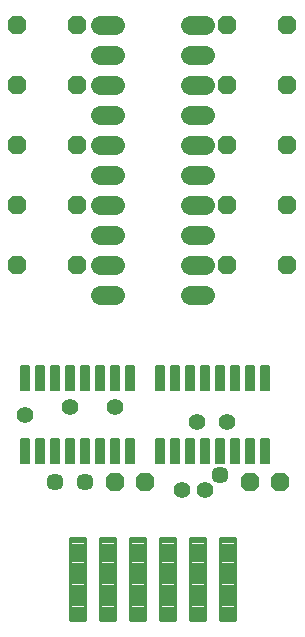
<source format=gts>
G75*
G70*
%OFA0B0*%
%FSLAX24Y24*%
%IPPOS*%
%LPD*%
%AMOC8*
5,1,8,0,0,1.08239X$1,22.5*
%
%ADD10OC8,0.0624*%
%ADD11C,0.0053*%
%ADD12C,0.0624*%
%ADD13C,0.0106*%
%ADD14C,0.0552*%
%ADD15C,0.0570*%
D10*
X004431Y004885D03*
X005431Y004885D03*
X008931Y004885D03*
X009931Y004885D03*
X010181Y012135D03*
X010181Y014135D03*
X010181Y016135D03*
X010181Y018135D03*
X010181Y020135D03*
X008181Y020135D03*
X008181Y018135D03*
X008181Y016135D03*
X008181Y014135D03*
X008181Y012135D03*
X003181Y012135D03*
X003181Y014135D03*
X003181Y016135D03*
X003181Y018135D03*
X003181Y020135D03*
X001181Y020135D03*
X001181Y018135D03*
X001181Y016135D03*
X001181Y014135D03*
X001181Y012135D03*
D11*
X001301Y008745D02*
X001561Y008745D01*
X001561Y007945D01*
X001301Y007945D01*
X001301Y008745D01*
X001301Y007997D02*
X001561Y007997D01*
X001561Y008049D02*
X001301Y008049D01*
X001301Y008101D02*
X001561Y008101D01*
X001561Y008153D02*
X001301Y008153D01*
X001301Y008205D02*
X001561Y008205D01*
X001561Y008257D02*
X001301Y008257D01*
X001301Y008309D02*
X001561Y008309D01*
X001561Y008361D02*
X001301Y008361D01*
X001301Y008413D02*
X001561Y008413D01*
X001561Y008465D02*
X001301Y008465D01*
X001301Y008517D02*
X001561Y008517D01*
X001561Y008569D02*
X001301Y008569D01*
X001301Y008621D02*
X001561Y008621D01*
X001561Y008673D02*
X001301Y008673D01*
X001301Y008725D02*
X001561Y008725D01*
X001801Y008745D02*
X002061Y008745D01*
X002061Y007945D01*
X001801Y007945D01*
X001801Y008745D01*
X001801Y007997D02*
X002061Y007997D01*
X002061Y008049D02*
X001801Y008049D01*
X001801Y008101D02*
X002061Y008101D01*
X002061Y008153D02*
X001801Y008153D01*
X001801Y008205D02*
X002061Y008205D01*
X002061Y008257D02*
X001801Y008257D01*
X001801Y008309D02*
X002061Y008309D01*
X002061Y008361D02*
X001801Y008361D01*
X001801Y008413D02*
X002061Y008413D01*
X002061Y008465D02*
X001801Y008465D01*
X001801Y008517D02*
X002061Y008517D01*
X002061Y008569D02*
X001801Y008569D01*
X001801Y008621D02*
X002061Y008621D01*
X002061Y008673D02*
X001801Y008673D01*
X001801Y008725D02*
X002061Y008725D01*
X002301Y008745D02*
X002561Y008745D01*
X002561Y007945D01*
X002301Y007945D01*
X002301Y008745D01*
X002301Y007997D02*
X002561Y007997D01*
X002561Y008049D02*
X002301Y008049D01*
X002301Y008101D02*
X002561Y008101D01*
X002561Y008153D02*
X002301Y008153D01*
X002301Y008205D02*
X002561Y008205D01*
X002561Y008257D02*
X002301Y008257D01*
X002301Y008309D02*
X002561Y008309D01*
X002561Y008361D02*
X002301Y008361D01*
X002301Y008413D02*
X002561Y008413D01*
X002561Y008465D02*
X002301Y008465D01*
X002301Y008517D02*
X002561Y008517D01*
X002561Y008569D02*
X002301Y008569D01*
X002301Y008621D02*
X002561Y008621D01*
X002561Y008673D02*
X002301Y008673D01*
X002301Y008725D02*
X002561Y008725D01*
X002801Y008745D02*
X003061Y008745D01*
X003061Y007945D01*
X002801Y007945D01*
X002801Y008745D01*
X002801Y007997D02*
X003061Y007997D01*
X003061Y008049D02*
X002801Y008049D01*
X002801Y008101D02*
X003061Y008101D01*
X003061Y008153D02*
X002801Y008153D01*
X002801Y008205D02*
X003061Y008205D01*
X003061Y008257D02*
X002801Y008257D01*
X002801Y008309D02*
X003061Y008309D01*
X003061Y008361D02*
X002801Y008361D01*
X002801Y008413D02*
X003061Y008413D01*
X003061Y008465D02*
X002801Y008465D01*
X002801Y008517D02*
X003061Y008517D01*
X003061Y008569D02*
X002801Y008569D01*
X002801Y008621D02*
X003061Y008621D01*
X003061Y008673D02*
X002801Y008673D01*
X002801Y008725D02*
X003061Y008725D01*
X003301Y008745D02*
X003561Y008745D01*
X003561Y007945D01*
X003301Y007945D01*
X003301Y008745D01*
X003301Y007997D02*
X003561Y007997D01*
X003561Y008049D02*
X003301Y008049D01*
X003301Y008101D02*
X003561Y008101D01*
X003561Y008153D02*
X003301Y008153D01*
X003301Y008205D02*
X003561Y008205D01*
X003561Y008257D02*
X003301Y008257D01*
X003301Y008309D02*
X003561Y008309D01*
X003561Y008361D02*
X003301Y008361D01*
X003301Y008413D02*
X003561Y008413D01*
X003561Y008465D02*
X003301Y008465D01*
X003301Y008517D02*
X003561Y008517D01*
X003561Y008569D02*
X003301Y008569D01*
X003301Y008621D02*
X003561Y008621D01*
X003561Y008673D02*
X003301Y008673D01*
X003301Y008725D02*
X003561Y008725D01*
X003801Y008745D02*
X004061Y008745D01*
X004061Y007945D01*
X003801Y007945D01*
X003801Y008745D01*
X003801Y007997D02*
X004061Y007997D01*
X004061Y008049D02*
X003801Y008049D01*
X003801Y008101D02*
X004061Y008101D01*
X004061Y008153D02*
X003801Y008153D01*
X003801Y008205D02*
X004061Y008205D01*
X004061Y008257D02*
X003801Y008257D01*
X003801Y008309D02*
X004061Y008309D01*
X004061Y008361D02*
X003801Y008361D01*
X003801Y008413D02*
X004061Y008413D01*
X004061Y008465D02*
X003801Y008465D01*
X003801Y008517D02*
X004061Y008517D01*
X004061Y008569D02*
X003801Y008569D01*
X003801Y008621D02*
X004061Y008621D01*
X004061Y008673D02*
X003801Y008673D01*
X003801Y008725D02*
X004061Y008725D01*
X004301Y008745D02*
X004561Y008745D01*
X004561Y007945D01*
X004301Y007945D01*
X004301Y008745D01*
X004301Y007997D02*
X004561Y007997D01*
X004561Y008049D02*
X004301Y008049D01*
X004301Y008101D02*
X004561Y008101D01*
X004561Y008153D02*
X004301Y008153D01*
X004301Y008205D02*
X004561Y008205D01*
X004561Y008257D02*
X004301Y008257D01*
X004301Y008309D02*
X004561Y008309D01*
X004561Y008361D02*
X004301Y008361D01*
X004301Y008413D02*
X004561Y008413D01*
X004561Y008465D02*
X004301Y008465D01*
X004301Y008517D02*
X004561Y008517D01*
X004561Y008569D02*
X004301Y008569D01*
X004301Y008621D02*
X004561Y008621D01*
X004561Y008673D02*
X004301Y008673D01*
X004301Y008725D02*
X004561Y008725D01*
X004801Y008745D02*
X005061Y008745D01*
X005061Y007945D01*
X004801Y007945D01*
X004801Y008745D01*
X004801Y007997D02*
X005061Y007997D01*
X005061Y008049D02*
X004801Y008049D01*
X004801Y008101D02*
X005061Y008101D01*
X005061Y008153D02*
X004801Y008153D01*
X004801Y008205D02*
X005061Y008205D01*
X005061Y008257D02*
X004801Y008257D01*
X004801Y008309D02*
X005061Y008309D01*
X005061Y008361D02*
X004801Y008361D01*
X004801Y008413D02*
X005061Y008413D01*
X005061Y008465D02*
X004801Y008465D01*
X004801Y008517D02*
X005061Y008517D01*
X005061Y008569D02*
X004801Y008569D01*
X004801Y008621D02*
X005061Y008621D01*
X005061Y008673D02*
X004801Y008673D01*
X004801Y008725D02*
X005061Y008725D01*
X005801Y008745D02*
X006061Y008745D01*
X006061Y007945D01*
X005801Y007945D01*
X005801Y008745D01*
X005801Y007997D02*
X006061Y007997D01*
X006061Y008049D02*
X005801Y008049D01*
X005801Y008101D02*
X006061Y008101D01*
X006061Y008153D02*
X005801Y008153D01*
X005801Y008205D02*
X006061Y008205D01*
X006061Y008257D02*
X005801Y008257D01*
X005801Y008309D02*
X006061Y008309D01*
X006061Y008361D02*
X005801Y008361D01*
X005801Y008413D02*
X006061Y008413D01*
X006061Y008465D02*
X005801Y008465D01*
X005801Y008517D02*
X006061Y008517D01*
X006061Y008569D02*
X005801Y008569D01*
X005801Y008621D02*
X006061Y008621D01*
X006061Y008673D02*
X005801Y008673D01*
X005801Y008725D02*
X006061Y008725D01*
X006301Y008745D02*
X006561Y008745D01*
X006561Y007945D01*
X006301Y007945D01*
X006301Y008745D01*
X006301Y007997D02*
X006561Y007997D01*
X006561Y008049D02*
X006301Y008049D01*
X006301Y008101D02*
X006561Y008101D01*
X006561Y008153D02*
X006301Y008153D01*
X006301Y008205D02*
X006561Y008205D01*
X006561Y008257D02*
X006301Y008257D01*
X006301Y008309D02*
X006561Y008309D01*
X006561Y008361D02*
X006301Y008361D01*
X006301Y008413D02*
X006561Y008413D01*
X006561Y008465D02*
X006301Y008465D01*
X006301Y008517D02*
X006561Y008517D01*
X006561Y008569D02*
X006301Y008569D01*
X006301Y008621D02*
X006561Y008621D01*
X006561Y008673D02*
X006301Y008673D01*
X006301Y008725D02*
X006561Y008725D01*
X006801Y008745D02*
X007061Y008745D01*
X007061Y007945D01*
X006801Y007945D01*
X006801Y008745D01*
X006801Y007997D02*
X007061Y007997D01*
X007061Y008049D02*
X006801Y008049D01*
X006801Y008101D02*
X007061Y008101D01*
X007061Y008153D02*
X006801Y008153D01*
X006801Y008205D02*
X007061Y008205D01*
X007061Y008257D02*
X006801Y008257D01*
X006801Y008309D02*
X007061Y008309D01*
X007061Y008361D02*
X006801Y008361D01*
X006801Y008413D02*
X007061Y008413D01*
X007061Y008465D02*
X006801Y008465D01*
X006801Y008517D02*
X007061Y008517D01*
X007061Y008569D02*
X006801Y008569D01*
X006801Y008621D02*
X007061Y008621D01*
X007061Y008673D02*
X006801Y008673D01*
X006801Y008725D02*
X007061Y008725D01*
X007301Y008745D02*
X007561Y008745D01*
X007561Y007945D01*
X007301Y007945D01*
X007301Y008745D01*
X007301Y007997D02*
X007561Y007997D01*
X007561Y008049D02*
X007301Y008049D01*
X007301Y008101D02*
X007561Y008101D01*
X007561Y008153D02*
X007301Y008153D01*
X007301Y008205D02*
X007561Y008205D01*
X007561Y008257D02*
X007301Y008257D01*
X007301Y008309D02*
X007561Y008309D01*
X007561Y008361D02*
X007301Y008361D01*
X007301Y008413D02*
X007561Y008413D01*
X007561Y008465D02*
X007301Y008465D01*
X007301Y008517D02*
X007561Y008517D01*
X007561Y008569D02*
X007301Y008569D01*
X007301Y008621D02*
X007561Y008621D01*
X007561Y008673D02*
X007301Y008673D01*
X007301Y008725D02*
X007561Y008725D01*
X007801Y008745D02*
X008061Y008745D01*
X008061Y007945D01*
X007801Y007945D01*
X007801Y008745D01*
X007801Y007997D02*
X008061Y007997D01*
X008061Y008049D02*
X007801Y008049D01*
X007801Y008101D02*
X008061Y008101D01*
X008061Y008153D02*
X007801Y008153D01*
X007801Y008205D02*
X008061Y008205D01*
X008061Y008257D02*
X007801Y008257D01*
X007801Y008309D02*
X008061Y008309D01*
X008061Y008361D02*
X007801Y008361D01*
X007801Y008413D02*
X008061Y008413D01*
X008061Y008465D02*
X007801Y008465D01*
X007801Y008517D02*
X008061Y008517D01*
X008061Y008569D02*
X007801Y008569D01*
X007801Y008621D02*
X008061Y008621D01*
X008061Y008673D02*
X007801Y008673D01*
X007801Y008725D02*
X008061Y008725D01*
X008301Y008745D02*
X008561Y008745D01*
X008561Y007945D01*
X008301Y007945D01*
X008301Y008745D01*
X008301Y007997D02*
X008561Y007997D01*
X008561Y008049D02*
X008301Y008049D01*
X008301Y008101D02*
X008561Y008101D01*
X008561Y008153D02*
X008301Y008153D01*
X008301Y008205D02*
X008561Y008205D01*
X008561Y008257D02*
X008301Y008257D01*
X008301Y008309D02*
X008561Y008309D01*
X008561Y008361D02*
X008301Y008361D01*
X008301Y008413D02*
X008561Y008413D01*
X008561Y008465D02*
X008301Y008465D01*
X008301Y008517D02*
X008561Y008517D01*
X008561Y008569D02*
X008301Y008569D01*
X008301Y008621D02*
X008561Y008621D01*
X008561Y008673D02*
X008301Y008673D01*
X008301Y008725D02*
X008561Y008725D01*
X008801Y008745D02*
X009061Y008745D01*
X009061Y007945D01*
X008801Y007945D01*
X008801Y008745D01*
X008801Y007997D02*
X009061Y007997D01*
X009061Y008049D02*
X008801Y008049D01*
X008801Y008101D02*
X009061Y008101D01*
X009061Y008153D02*
X008801Y008153D01*
X008801Y008205D02*
X009061Y008205D01*
X009061Y008257D02*
X008801Y008257D01*
X008801Y008309D02*
X009061Y008309D01*
X009061Y008361D02*
X008801Y008361D01*
X008801Y008413D02*
X009061Y008413D01*
X009061Y008465D02*
X008801Y008465D01*
X008801Y008517D02*
X009061Y008517D01*
X009061Y008569D02*
X008801Y008569D01*
X008801Y008621D02*
X009061Y008621D01*
X009061Y008673D02*
X008801Y008673D01*
X008801Y008725D02*
X009061Y008725D01*
X009301Y008745D02*
X009561Y008745D01*
X009561Y007945D01*
X009301Y007945D01*
X009301Y008745D01*
X009301Y007997D02*
X009561Y007997D01*
X009561Y008049D02*
X009301Y008049D01*
X009301Y008101D02*
X009561Y008101D01*
X009561Y008153D02*
X009301Y008153D01*
X009301Y008205D02*
X009561Y008205D01*
X009561Y008257D02*
X009301Y008257D01*
X009301Y008309D02*
X009561Y008309D01*
X009561Y008361D02*
X009301Y008361D01*
X009301Y008413D02*
X009561Y008413D01*
X009561Y008465D02*
X009301Y008465D01*
X009301Y008517D02*
X009561Y008517D01*
X009561Y008569D02*
X009301Y008569D01*
X009301Y008621D02*
X009561Y008621D01*
X009561Y008673D02*
X009301Y008673D01*
X009301Y008725D02*
X009561Y008725D01*
X009561Y006325D02*
X009301Y006325D01*
X009561Y006325D02*
X009561Y005525D01*
X009301Y005525D01*
X009301Y006325D01*
X009301Y005577D02*
X009561Y005577D01*
X009561Y005629D02*
X009301Y005629D01*
X009301Y005681D02*
X009561Y005681D01*
X009561Y005733D02*
X009301Y005733D01*
X009301Y005785D02*
X009561Y005785D01*
X009561Y005837D02*
X009301Y005837D01*
X009301Y005889D02*
X009561Y005889D01*
X009561Y005941D02*
X009301Y005941D01*
X009301Y005993D02*
X009561Y005993D01*
X009561Y006045D02*
X009301Y006045D01*
X009301Y006097D02*
X009561Y006097D01*
X009561Y006149D02*
X009301Y006149D01*
X009301Y006201D02*
X009561Y006201D01*
X009561Y006253D02*
X009301Y006253D01*
X009301Y006305D02*
X009561Y006305D01*
X009061Y006325D02*
X008801Y006325D01*
X009061Y006325D02*
X009061Y005525D01*
X008801Y005525D01*
X008801Y006325D01*
X008801Y005577D02*
X009061Y005577D01*
X009061Y005629D02*
X008801Y005629D01*
X008801Y005681D02*
X009061Y005681D01*
X009061Y005733D02*
X008801Y005733D01*
X008801Y005785D02*
X009061Y005785D01*
X009061Y005837D02*
X008801Y005837D01*
X008801Y005889D02*
X009061Y005889D01*
X009061Y005941D02*
X008801Y005941D01*
X008801Y005993D02*
X009061Y005993D01*
X009061Y006045D02*
X008801Y006045D01*
X008801Y006097D02*
X009061Y006097D01*
X009061Y006149D02*
X008801Y006149D01*
X008801Y006201D02*
X009061Y006201D01*
X009061Y006253D02*
X008801Y006253D01*
X008801Y006305D02*
X009061Y006305D01*
X008561Y006325D02*
X008301Y006325D01*
X008561Y006325D02*
X008561Y005525D01*
X008301Y005525D01*
X008301Y006325D01*
X008301Y005577D02*
X008561Y005577D01*
X008561Y005629D02*
X008301Y005629D01*
X008301Y005681D02*
X008561Y005681D01*
X008561Y005733D02*
X008301Y005733D01*
X008301Y005785D02*
X008561Y005785D01*
X008561Y005837D02*
X008301Y005837D01*
X008301Y005889D02*
X008561Y005889D01*
X008561Y005941D02*
X008301Y005941D01*
X008301Y005993D02*
X008561Y005993D01*
X008561Y006045D02*
X008301Y006045D01*
X008301Y006097D02*
X008561Y006097D01*
X008561Y006149D02*
X008301Y006149D01*
X008301Y006201D02*
X008561Y006201D01*
X008561Y006253D02*
X008301Y006253D01*
X008301Y006305D02*
X008561Y006305D01*
X008061Y006325D02*
X007801Y006325D01*
X008061Y006325D02*
X008061Y005525D01*
X007801Y005525D01*
X007801Y006325D01*
X007801Y005577D02*
X008061Y005577D01*
X008061Y005629D02*
X007801Y005629D01*
X007801Y005681D02*
X008061Y005681D01*
X008061Y005733D02*
X007801Y005733D01*
X007801Y005785D02*
X008061Y005785D01*
X008061Y005837D02*
X007801Y005837D01*
X007801Y005889D02*
X008061Y005889D01*
X008061Y005941D02*
X007801Y005941D01*
X007801Y005993D02*
X008061Y005993D01*
X008061Y006045D02*
X007801Y006045D01*
X007801Y006097D02*
X008061Y006097D01*
X008061Y006149D02*
X007801Y006149D01*
X007801Y006201D02*
X008061Y006201D01*
X008061Y006253D02*
X007801Y006253D01*
X007801Y006305D02*
X008061Y006305D01*
X007561Y006325D02*
X007301Y006325D01*
X007561Y006325D02*
X007561Y005525D01*
X007301Y005525D01*
X007301Y006325D01*
X007301Y005577D02*
X007561Y005577D01*
X007561Y005629D02*
X007301Y005629D01*
X007301Y005681D02*
X007561Y005681D01*
X007561Y005733D02*
X007301Y005733D01*
X007301Y005785D02*
X007561Y005785D01*
X007561Y005837D02*
X007301Y005837D01*
X007301Y005889D02*
X007561Y005889D01*
X007561Y005941D02*
X007301Y005941D01*
X007301Y005993D02*
X007561Y005993D01*
X007561Y006045D02*
X007301Y006045D01*
X007301Y006097D02*
X007561Y006097D01*
X007561Y006149D02*
X007301Y006149D01*
X007301Y006201D02*
X007561Y006201D01*
X007561Y006253D02*
X007301Y006253D01*
X007301Y006305D02*
X007561Y006305D01*
X007061Y006325D02*
X006801Y006325D01*
X007061Y006325D02*
X007061Y005525D01*
X006801Y005525D01*
X006801Y006325D01*
X006801Y005577D02*
X007061Y005577D01*
X007061Y005629D02*
X006801Y005629D01*
X006801Y005681D02*
X007061Y005681D01*
X007061Y005733D02*
X006801Y005733D01*
X006801Y005785D02*
X007061Y005785D01*
X007061Y005837D02*
X006801Y005837D01*
X006801Y005889D02*
X007061Y005889D01*
X007061Y005941D02*
X006801Y005941D01*
X006801Y005993D02*
X007061Y005993D01*
X007061Y006045D02*
X006801Y006045D01*
X006801Y006097D02*
X007061Y006097D01*
X007061Y006149D02*
X006801Y006149D01*
X006801Y006201D02*
X007061Y006201D01*
X007061Y006253D02*
X006801Y006253D01*
X006801Y006305D02*
X007061Y006305D01*
X006561Y006325D02*
X006301Y006325D01*
X006561Y006325D02*
X006561Y005525D01*
X006301Y005525D01*
X006301Y006325D01*
X006301Y005577D02*
X006561Y005577D01*
X006561Y005629D02*
X006301Y005629D01*
X006301Y005681D02*
X006561Y005681D01*
X006561Y005733D02*
X006301Y005733D01*
X006301Y005785D02*
X006561Y005785D01*
X006561Y005837D02*
X006301Y005837D01*
X006301Y005889D02*
X006561Y005889D01*
X006561Y005941D02*
X006301Y005941D01*
X006301Y005993D02*
X006561Y005993D01*
X006561Y006045D02*
X006301Y006045D01*
X006301Y006097D02*
X006561Y006097D01*
X006561Y006149D02*
X006301Y006149D01*
X006301Y006201D02*
X006561Y006201D01*
X006561Y006253D02*
X006301Y006253D01*
X006301Y006305D02*
X006561Y006305D01*
X006061Y006325D02*
X005801Y006325D01*
X006061Y006325D02*
X006061Y005525D01*
X005801Y005525D01*
X005801Y006325D01*
X005801Y005577D02*
X006061Y005577D01*
X006061Y005629D02*
X005801Y005629D01*
X005801Y005681D02*
X006061Y005681D01*
X006061Y005733D02*
X005801Y005733D01*
X005801Y005785D02*
X006061Y005785D01*
X006061Y005837D02*
X005801Y005837D01*
X005801Y005889D02*
X006061Y005889D01*
X006061Y005941D02*
X005801Y005941D01*
X005801Y005993D02*
X006061Y005993D01*
X006061Y006045D02*
X005801Y006045D01*
X005801Y006097D02*
X006061Y006097D01*
X006061Y006149D02*
X005801Y006149D01*
X005801Y006201D02*
X006061Y006201D01*
X006061Y006253D02*
X005801Y006253D01*
X005801Y006305D02*
X006061Y006305D01*
X005061Y006325D02*
X004801Y006325D01*
X005061Y006325D02*
X005061Y005525D01*
X004801Y005525D01*
X004801Y006325D01*
X004801Y005577D02*
X005061Y005577D01*
X005061Y005629D02*
X004801Y005629D01*
X004801Y005681D02*
X005061Y005681D01*
X005061Y005733D02*
X004801Y005733D01*
X004801Y005785D02*
X005061Y005785D01*
X005061Y005837D02*
X004801Y005837D01*
X004801Y005889D02*
X005061Y005889D01*
X005061Y005941D02*
X004801Y005941D01*
X004801Y005993D02*
X005061Y005993D01*
X005061Y006045D02*
X004801Y006045D01*
X004801Y006097D02*
X005061Y006097D01*
X005061Y006149D02*
X004801Y006149D01*
X004801Y006201D02*
X005061Y006201D01*
X005061Y006253D02*
X004801Y006253D01*
X004801Y006305D02*
X005061Y006305D01*
X004561Y006325D02*
X004301Y006325D01*
X004561Y006325D02*
X004561Y005525D01*
X004301Y005525D01*
X004301Y006325D01*
X004301Y005577D02*
X004561Y005577D01*
X004561Y005629D02*
X004301Y005629D01*
X004301Y005681D02*
X004561Y005681D01*
X004561Y005733D02*
X004301Y005733D01*
X004301Y005785D02*
X004561Y005785D01*
X004561Y005837D02*
X004301Y005837D01*
X004301Y005889D02*
X004561Y005889D01*
X004561Y005941D02*
X004301Y005941D01*
X004301Y005993D02*
X004561Y005993D01*
X004561Y006045D02*
X004301Y006045D01*
X004301Y006097D02*
X004561Y006097D01*
X004561Y006149D02*
X004301Y006149D01*
X004301Y006201D02*
X004561Y006201D01*
X004561Y006253D02*
X004301Y006253D01*
X004301Y006305D02*
X004561Y006305D01*
X004061Y006325D02*
X003801Y006325D01*
X004061Y006325D02*
X004061Y005525D01*
X003801Y005525D01*
X003801Y006325D01*
X003801Y005577D02*
X004061Y005577D01*
X004061Y005629D02*
X003801Y005629D01*
X003801Y005681D02*
X004061Y005681D01*
X004061Y005733D02*
X003801Y005733D01*
X003801Y005785D02*
X004061Y005785D01*
X004061Y005837D02*
X003801Y005837D01*
X003801Y005889D02*
X004061Y005889D01*
X004061Y005941D02*
X003801Y005941D01*
X003801Y005993D02*
X004061Y005993D01*
X004061Y006045D02*
X003801Y006045D01*
X003801Y006097D02*
X004061Y006097D01*
X004061Y006149D02*
X003801Y006149D01*
X003801Y006201D02*
X004061Y006201D01*
X004061Y006253D02*
X003801Y006253D01*
X003801Y006305D02*
X004061Y006305D01*
X003561Y006325D02*
X003301Y006325D01*
X003561Y006325D02*
X003561Y005525D01*
X003301Y005525D01*
X003301Y006325D01*
X003301Y005577D02*
X003561Y005577D01*
X003561Y005629D02*
X003301Y005629D01*
X003301Y005681D02*
X003561Y005681D01*
X003561Y005733D02*
X003301Y005733D01*
X003301Y005785D02*
X003561Y005785D01*
X003561Y005837D02*
X003301Y005837D01*
X003301Y005889D02*
X003561Y005889D01*
X003561Y005941D02*
X003301Y005941D01*
X003301Y005993D02*
X003561Y005993D01*
X003561Y006045D02*
X003301Y006045D01*
X003301Y006097D02*
X003561Y006097D01*
X003561Y006149D02*
X003301Y006149D01*
X003301Y006201D02*
X003561Y006201D01*
X003561Y006253D02*
X003301Y006253D01*
X003301Y006305D02*
X003561Y006305D01*
X003061Y006325D02*
X002801Y006325D01*
X003061Y006325D02*
X003061Y005525D01*
X002801Y005525D01*
X002801Y006325D01*
X002801Y005577D02*
X003061Y005577D01*
X003061Y005629D02*
X002801Y005629D01*
X002801Y005681D02*
X003061Y005681D01*
X003061Y005733D02*
X002801Y005733D01*
X002801Y005785D02*
X003061Y005785D01*
X003061Y005837D02*
X002801Y005837D01*
X002801Y005889D02*
X003061Y005889D01*
X003061Y005941D02*
X002801Y005941D01*
X002801Y005993D02*
X003061Y005993D01*
X003061Y006045D02*
X002801Y006045D01*
X002801Y006097D02*
X003061Y006097D01*
X003061Y006149D02*
X002801Y006149D01*
X002801Y006201D02*
X003061Y006201D01*
X003061Y006253D02*
X002801Y006253D01*
X002801Y006305D02*
X003061Y006305D01*
X002561Y006325D02*
X002301Y006325D01*
X002561Y006325D02*
X002561Y005525D01*
X002301Y005525D01*
X002301Y006325D01*
X002301Y005577D02*
X002561Y005577D01*
X002561Y005629D02*
X002301Y005629D01*
X002301Y005681D02*
X002561Y005681D01*
X002561Y005733D02*
X002301Y005733D01*
X002301Y005785D02*
X002561Y005785D01*
X002561Y005837D02*
X002301Y005837D01*
X002301Y005889D02*
X002561Y005889D01*
X002561Y005941D02*
X002301Y005941D01*
X002301Y005993D02*
X002561Y005993D01*
X002561Y006045D02*
X002301Y006045D01*
X002301Y006097D02*
X002561Y006097D01*
X002561Y006149D02*
X002301Y006149D01*
X002301Y006201D02*
X002561Y006201D01*
X002561Y006253D02*
X002301Y006253D01*
X002301Y006305D02*
X002561Y006305D01*
X002061Y006325D02*
X001801Y006325D01*
X002061Y006325D02*
X002061Y005525D01*
X001801Y005525D01*
X001801Y006325D01*
X001801Y005577D02*
X002061Y005577D01*
X002061Y005629D02*
X001801Y005629D01*
X001801Y005681D02*
X002061Y005681D01*
X002061Y005733D02*
X001801Y005733D01*
X001801Y005785D02*
X002061Y005785D01*
X002061Y005837D02*
X001801Y005837D01*
X001801Y005889D02*
X002061Y005889D01*
X002061Y005941D02*
X001801Y005941D01*
X001801Y005993D02*
X002061Y005993D01*
X002061Y006045D02*
X001801Y006045D01*
X001801Y006097D02*
X002061Y006097D01*
X002061Y006149D02*
X001801Y006149D01*
X001801Y006201D02*
X002061Y006201D01*
X002061Y006253D02*
X001801Y006253D01*
X001801Y006305D02*
X002061Y006305D01*
X001561Y006325D02*
X001301Y006325D01*
X001561Y006325D02*
X001561Y005525D01*
X001301Y005525D01*
X001301Y006325D01*
X001301Y005577D02*
X001561Y005577D01*
X001561Y005629D02*
X001301Y005629D01*
X001301Y005681D02*
X001561Y005681D01*
X001561Y005733D02*
X001301Y005733D01*
X001301Y005785D02*
X001561Y005785D01*
X001561Y005837D02*
X001301Y005837D01*
X001301Y005889D02*
X001561Y005889D01*
X001561Y005941D02*
X001301Y005941D01*
X001301Y005993D02*
X001561Y005993D01*
X001561Y006045D02*
X001301Y006045D01*
X001301Y006097D02*
X001561Y006097D01*
X001561Y006149D02*
X001301Y006149D01*
X001301Y006201D02*
X001561Y006201D01*
X001561Y006253D02*
X001301Y006253D01*
X001301Y006305D02*
X001561Y006305D01*
D12*
X003921Y011135D02*
X004441Y011135D01*
X004441Y012135D02*
X003921Y012135D01*
X003921Y013135D02*
X004441Y013135D01*
X004441Y014135D02*
X003921Y014135D01*
X003921Y015135D02*
X004441Y015135D01*
X004441Y016135D02*
X003921Y016135D01*
X003921Y017135D02*
X004441Y017135D01*
X004441Y018135D02*
X003921Y018135D01*
X003921Y019135D02*
X004441Y019135D01*
X004441Y020135D02*
X003921Y020135D01*
X006921Y020135D02*
X007441Y020135D01*
X007441Y019135D02*
X006921Y019135D01*
X006921Y018135D02*
X007441Y018135D01*
X007441Y017135D02*
X006921Y017135D01*
X006921Y016135D02*
X007441Y016135D01*
X007441Y015135D02*
X006921Y015135D01*
X006921Y014135D02*
X007441Y014135D01*
X007441Y013135D02*
X006921Y013135D01*
X006921Y012135D02*
X007441Y012135D01*
X007441Y011135D02*
X006921Y011135D01*
D13*
X006922Y000283D02*
X007440Y000283D01*
X006922Y000283D02*
X006922Y003037D01*
X007440Y003037D01*
X007440Y000283D01*
X007440Y000388D02*
X006922Y000388D01*
X006922Y000493D02*
X007440Y000493D01*
X007440Y000598D02*
X006922Y000598D01*
X006922Y000703D02*
X007440Y000703D01*
X007440Y000808D02*
X006922Y000808D01*
X006922Y000913D02*
X007440Y000913D01*
X007440Y001018D02*
X006922Y001018D01*
X006922Y001123D02*
X007440Y001123D01*
X007440Y001228D02*
X006922Y001228D01*
X006922Y001333D02*
X007440Y001333D01*
X007440Y001438D02*
X006922Y001438D01*
X006922Y001543D02*
X007440Y001543D01*
X007440Y001648D02*
X006922Y001648D01*
X006922Y001753D02*
X007440Y001753D01*
X007440Y001858D02*
X006922Y001858D01*
X006922Y001963D02*
X007440Y001963D01*
X007440Y002068D02*
X006922Y002068D01*
X006922Y002173D02*
X007440Y002173D01*
X007440Y002278D02*
X006922Y002278D01*
X006922Y002383D02*
X007440Y002383D01*
X007440Y002488D02*
X006922Y002488D01*
X006922Y002593D02*
X007440Y002593D01*
X007440Y002698D02*
X006922Y002698D01*
X006922Y002803D02*
X007440Y002803D01*
X007440Y002908D02*
X006922Y002908D01*
X006922Y003013D02*
X007440Y003013D01*
X007922Y000283D02*
X008440Y000283D01*
X007922Y000283D02*
X007922Y003037D01*
X008440Y003037D01*
X008440Y000283D01*
X008440Y000388D02*
X007922Y000388D01*
X007922Y000493D02*
X008440Y000493D01*
X008440Y000598D02*
X007922Y000598D01*
X007922Y000703D02*
X008440Y000703D01*
X008440Y000808D02*
X007922Y000808D01*
X007922Y000913D02*
X008440Y000913D01*
X008440Y001018D02*
X007922Y001018D01*
X007922Y001123D02*
X008440Y001123D01*
X008440Y001228D02*
X007922Y001228D01*
X007922Y001333D02*
X008440Y001333D01*
X008440Y001438D02*
X007922Y001438D01*
X007922Y001543D02*
X008440Y001543D01*
X008440Y001648D02*
X007922Y001648D01*
X007922Y001753D02*
X008440Y001753D01*
X008440Y001858D02*
X007922Y001858D01*
X007922Y001963D02*
X008440Y001963D01*
X008440Y002068D02*
X007922Y002068D01*
X007922Y002173D02*
X008440Y002173D01*
X008440Y002278D02*
X007922Y002278D01*
X007922Y002383D02*
X008440Y002383D01*
X008440Y002488D02*
X007922Y002488D01*
X007922Y002593D02*
X008440Y002593D01*
X008440Y002698D02*
X007922Y002698D01*
X007922Y002803D02*
X008440Y002803D01*
X008440Y002908D02*
X007922Y002908D01*
X007922Y003013D02*
X008440Y003013D01*
X006440Y000283D02*
X005922Y000283D01*
X005922Y003037D01*
X006440Y003037D01*
X006440Y000283D01*
X006440Y000388D02*
X005922Y000388D01*
X005922Y000493D02*
X006440Y000493D01*
X006440Y000598D02*
X005922Y000598D01*
X005922Y000703D02*
X006440Y000703D01*
X006440Y000808D02*
X005922Y000808D01*
X005922Y000913D02*
X006440Y000913D01*
X006440Y001018D02*
X005922Y001018D01*
X005922Y001123D02*
X006440Y001123D01*
X006440Y001228D02*
X005922Y001228D01*
X005922Y001333D02*
X006440Y001333D01*
X006440Y001438D02*
X005922Y001438D01*
X005922Y001543D02*
X006440Y001543D01*
X006440Y001648D02*
X005922Y001648D01*
X005922Y001753D02*
X006440Y001753D01*
X006440Y001858D02*
X005922Y001858D01*
X005922Y001963D02*
X006440Y001963D01*
X006440Y002068D02*
X005922Y002068D01*
X005922Y002173D02*
X006440Y002173D01*
X006440Y002278D02*
X005922Y002278D01*
X005922Y002383D02*
X006440Y002383D01*
X006440Y002488D02*
X005922Y002488D01*
X005922Y002593D02*
X006440Y002593D01*
X006440Y002698D02*
X005922Y002698D01*
X005922Y002803D02*
X006440Y002803D01*
X006440Y002908D02*
X005922Y002908D01*
X005922Y003013D02*
X006440Y003013D01*
X005440Y000283D02*
X004922Y000283D01*
X004922Y003037D01*
X005440Y003037D01*
X005440Y000283D01*
X005440Y000388D02*
X004922Y000388D01*
X004922Y000493D02*
X005440Y000493D01*
X005440Y000598D02*
X004922Y000598D01*
X004922Y000703D02*
X005440Y000703D01*
X005440Y000808D02*
X004922Y000808D01*
X004922Y000913D02*
X005440Y000913D01*
X005440Y001018D02*
X004922Y001018D01*
X004922Y001123D02*
X005440Y001123D01*
X005440Y001228D02*
X004922Y001228D01*
X004922Y001333D02*
X005440Y001333D01*
X005440Y001438D02*
X004922Y001438D01*
X004922Y001543D02*
X005440Y001543D01*
X005440Y001648D02*
X004922Y001648D01*
X004922Y001753D02*
X005440Y001753D01*
X005440Y001858D02*
X004922Y001858D01*
X004922Y001963D02*
X005440Y001963D01*
X005440Y002068D02*
X004922Y002068D01*
X004922Y002173D02*
X005440Y002173D01*
X005440Y002278D02*
X004922Y002278D01*
X004922Y002383D02*
X005440Y002383D01*
X005440Y002488D02*
X004922Y002488D01*
X004922Y002593D02*
X005440Y002593D01*
X005440Y002698D02*
X004922Y002698D01*
X004922Y002803D02*
X005440Y002803D01*
X005440Y002908D02*
X004922Y002908D01*
X004922Y003013D02*
X005440Y003013D01*
X004440Y000283D02*
X003922Y000283D01*
X003922Y003037D01*
X004440Y003037D01*
X004440Y000283D01*
X004440Y000388D02*
X003922Y000388D01*
X003922Y000493D02*
X004440Y000493D01*
X004440Y000598D02*
X003922Y000598D01*
X003922Y000703D02*
X004440Y000703D01*
X004440Y000808D02*
X003922Y000808D01*
X003922Y000913D02*
X004440Y000913D01*
X004440Y001018D02*
X003922Y001018D01*
X003922Y001123D02*
X004440Y001123D01*
X004440Y001228D02*
X003922Y001228D01*
X003922Y001333D02*
X004440Y001333D01*
X004440Y001438D02*
X003922Y001438D01*
X003922Y001543D02*
X004440Y001543D01*
X004440Y001648D02*
X003922Y001648D01*
X003922Y001753D02*
X004440Y001753D01*
X004440Y001858D02*
X003922Y001858D01*
X003922Y001963D02*
X004440Y001963D01*
X004440Y002068D02*
X003922Y002068D01*
X003922Y002173D02*
X004440Y002173D01*
X004440Y002278D02*
X003922Y002278D01*
X003922Y002383D02*
X004440Y002383D01*
X004440Y002488D02*
X003922Y002488D01*
X003922Y002593D02*
X004440Y002593D01*
X004440Y002698D02*
X003922Y002698D01*
X003922Y002803D02*
X004440Y002803D01*
X004440Y002908D02*
X003922Y002908D01*
X003922Y003013D02*
X004440Y003013D01*
X003440Y000283D02*
X002922Y000283D01*
X002922Y003037D01*
X003440Y003037D01*
X003440Y000283D01*
X003440Y000388D02*
X002922Y000388D01*
X002922Y000493D02*
X003440Y000493D01*
X003440Y000598D02*
X002922Y000598D01*
X002922Y000703D02*
X003440Y000703D01*
X003440Y000808D02*
X002922Y000808D01*
X002922Y000913D02*
X003440Y000913D01*
X003440Y001018D02*
X002922Y001018D01*
X002922Y001123D02*
X003440Y001123D01*
X003440Y001228D02*
X002922Y001228D01*
X002922Y001333D02*
X003440Y001333D01*
X003440Y001438D02*
X002922Y001438D01*
X002922Y001543D02*
X003440Y001543D01*
X003440Y001648D02*
X002922Y001648D01*
X002922Y001753D02*
X003440Y001753D01*
X003440Y001858D02*
X002922Y001858D01*
X002922Y001963D02*
X003440Y001963D01*
X003440Y002068D02*
X002922Y002068D01*
X002922Y002173D02*
X003440Y002173D01*
X003440Y002278D02*
X002922Y002278D01*
X002922Y002383D02*
X003440Y002383D01*
X003440Y002488D02*
X002922Y002488D01*
X002922Y002593D02*
X003440Y002593D01*
X003440Y002698D02*
X002922Y002698D01*
X002922Y002803D02*
X003440Y002803D01*
X003440Y002908D02*
X002922Y002908D01*
X002922Y003013D02*
X003440Y003013D01*
D14*
X001431Y007135D03*
X002931Y007385D03*
X004431Y007385D03*
X006681Y004635D03*
X007431Y004635D03*
X007181Y006885D03*
X008181Y006885D03*
D15*
X002431Y004885D03*
X003431Y004885D03*
X007931Y005135D03*
M02*

</source>
